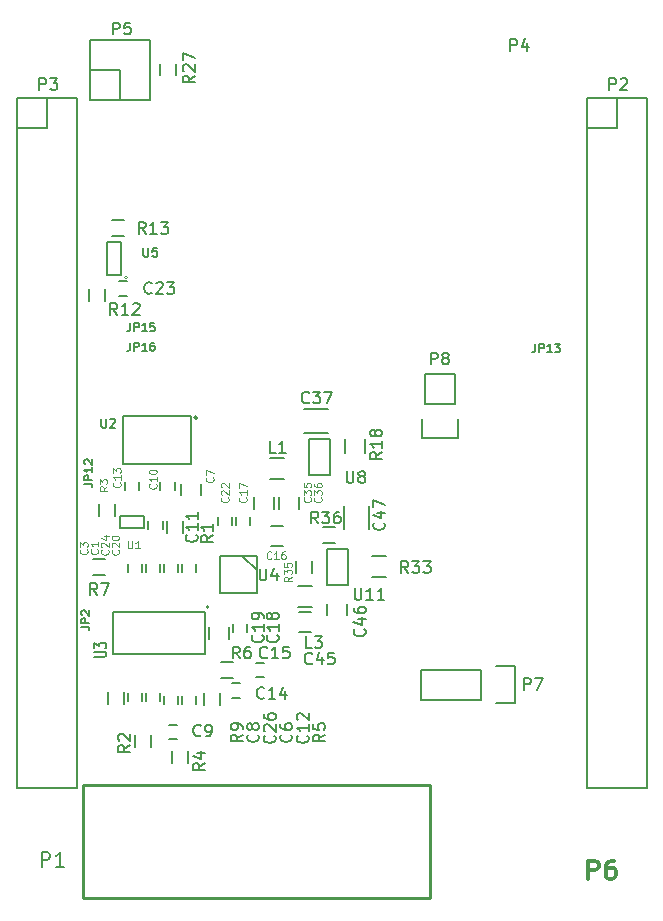
<source format=gbr>
G04 #@! TF.FileFunction,Legend,Top*
%FSLAX46Y46*%
G04 Gerber Fmt 4.6, Leading zero omitted, Abs format (unit mm)*
G04 Created by KiCad (PCBNEW (2015-02-03 BZR 5404)-product) date 9/2/2015 4:33:54 PM*
%MOMM*%
G01*
G04 APERTURE LIST*
%ADD10C,0.100000*%
%ADD11C,0.150000*%
%ADD12C,0.254000*%
%ADD13C,0.200000*%
%ADD14C,0.076200*%
%ADD15C,0.160000*%
%ADD16C,0.203200*%
%ADD17C,0.152400*%
%ADD18C,0.304800*%
%ADD19C,0.190500*%
G04 APERTURE END LIST*
D10*
D11*
X38192000Y-83279500D02*
X38192000Y-83979500D01*
X36992000Y-83979500D02*
X36992000Y-83279500D01*
X36668000Y-83279500D02*
X36668000Y-83979500D01*
X35468000Y-83979500D02*
X35468000Y-83279500D01*
X38516000Y-95155500D02*
X38516000Y-94455500D01*
X39716000Y-94455500D02*
X39716000Y-95155500D01*
X39917000Y-76462000D02*
X39917000Y-77462000D01*
X41617000Y-77462000D02*
X41617000Y-76462000D01*
X36668000Y-94201500D02*
X36668000Y-94901500D01*
X35468000Y-94901500D02*
X35468000Y-94201500D01*
X39593000Y-98072500D02*
X38893000Y-98072500D01*
X38893000Y-96872500D02*
X39593000Y-96872500D01*
X38198500Y-76994500D02*
X38198500Y-76294500D01*
X39398500Y-76294500D02*
X39398500Y-76994500D01*
X37182500Y-80296500D02*
X37182500Y-79596500D01*
X38382500Y-79596500D02*
X38382500Y-80296500D01*
X41240000Y-94455500D02*
X41240000Y-95155500D01*
X40040000Y-95155500D02*
X40040000Y-94455500D01*
X36414000Y-76294500D02*
X36414000Y-76994500D01*
X35214000Y-76994500D02*
X35214000Y-76294500D01*
X44927000Y-94580000D02*
X44227000Y-94580000D01*
X44227000Y-93380000D02*
X44927000Y-93380000D01*
X46959000Y-92865500D02*
X46259000Y-92865500D01*
X46259000Y-91665500D02*
X46959000Y-91665500D01*
X47569500Y-81749000D02*
X48569500Y-81749000D01*
X48569500Y-80049000D02*
X47569500Y-80049000D01*
X45812000Y-79279000D02*
X45812000Y-79979000D01*
X44612000Y-79979000D02*
X44612000Y-79279000D01*
X44358000Y-89059500D02*
X44358000Y-88359500D01*
X45558000Y-88359500D02*
X45558000Y-89059500D01*
X42330000Y-88590500D02*
X42330000Y-89590500D01*
X44030000Y-89590500D02*
X44030000Y-88590500D01*
X41240000Y-83279500D02*
X41240000Y-83979500D01*
X40040000Y-83979500D02*
X40040000Y-83279500D01*
X44288000Y-79279000D02*
X44288000Y-79979000D01*
X43088000Y-79979000D02*
X43088000Y-79279000D01*
X35402000Y-60544000D02*
X34702000Y-60544000D01*
X34702000Y-59344000D02*
X35402000Y-59344000D01*
X39716000Y-83279500D02*
X39716000Y-83979500D01*
X38516000Y-83979500D02*
X38516000Y-83279500D01*
X36992000Y-94901500D02*
X36992000Y-94201500D01*
X38192000Y-94201500D02*
X38192000Y-94901500D01*
X46140000Y-77605000D02*
X46140000Y-78605000D01*
X47840000Y-78605000D02*
X47840000Y-77605000D01*
X48235500Y-77605000D02*
X48235500Y-78605000D01*
X49935500Y-78605000D02*
X49935500Y-77605000D01*
X52371500Y-70158500D02*
X50371500Y-70158500D01*
X50371500Y-72208500D02*
X52371500Y-72208500D01*
X50919000Y-87351500D02*
X49919000Y-87351500D01*
X49919000Y-89051500D02*
X50919000Y-89051500D01*
X53999500Y-87622000D02*
X53999500Y-86622000D01*
X52299500Y-86622000D02*
X52299500Y-87622000D01*
X53775500Y-78311500D02*
X53775500Y-80311500D01*
X55825500Y-80311500D02*
X55825500Y-78311500D01*
X48669500Y-76059000D02*
X47469500Y-76059000D01*
X47469500Y-74309000D02*
X48669500Y-74309000D01*
X51019000Y-86917500D02*
X49819000Y-86917500D01*
X49819000Y-85167500D02*
X51019000Y-85167500D01*
D12*
X61055000Y-111505000D02*
X31655000Y-111505000D01*
X31655000Y-111505000D02*
X31655000Y-102005000D01*
X31655000Y-102005000D02*
X61055000Y-102005000D01*
X61055000Y-102005000D02*
X61055000Y-111505000D01*
D11*
X79375000Y-102235000D02*
X79375000Y-43815000D01*
X74295000Y-102235000D02*
X74295000Y-46355000D01*
X79375000Y-102235000D02*
X74295000Y-102235000D01*
X79375000Y-43815000D02*
X76835000Y-43815000D01*
X74295000Y-43815000D02*
X74295000Y-46355000D01*
X76835000Y-43815000D02*
X76835000Y-46355000D01*
X76835000Y-46355000D02*
X74295000Y-46355000D01*
X74295000Y-43815000D02*
X76835000Y-43815000D01*
X31115000Y-102235000D02*
X31115000Y-43815000D01*
X26035000Y-102235000D02*
X26035000Y-46355000D01*
X31115000Y-102235000D02*
X26035000Y-102235000D01*
X31115000Y-43815000D02*
X28575000Y-43815000D01*
X26035000Y-43815000D02*
X26035000Y-46355000D01*
X28575000Y-43815000D02*
X28575000Y-46355000D01*
X28575000Y-46355000D02*
X26035000Y-46355000D01*
X26035000Y-43815000D02*
X28575000Y-43815000D01*
X32258000Y-41402000D02*
X32258000Y-43942000D01*
X32258000Y-43942000D02*
X34798000Y-43942000D01*
X34798000Y-43942000D02*
X34798000Y-41402000D01*
X34798000Y-41402000D02*
X32258000Y-41402000D01*
X32258000Y-41402000D02*
X32258000Y-38862000D01*
X32258000Y-38862000D02*
X37338000Y-38862000D01*
X37338000Y-38862000D02*
X37338000Y-43942000D01*
X37338000Y-43942000D02*
X34798000Y-43942000D01*
X40108500Y-79637000D02*
X40108500Y-80637000D01*
X38758500Y-80637000D02*
X38758500Y-79637000D01*
X37378000Y-97734500D02*
X37378000Y-98734500D01*
X36028000Y-98734500D02*
X36028000Y-97734500D01*
X34330000Y-78176500D02*
X34330000Y-79176500D01*
X32980000Y-79176500D02*
X32980000Y-78176500D01*
X40553000Y-99131500D02*
X40553000Y-100131500D01*
X39203000Y-100131500D02*
X39203000Y-99131500D01*
X43220000Y-94178500D02*
X43220000Y-95178500D01*
X41870000Y-95178500D02*
X41870000Y-94178500D01*
X43315000Y-91590500D02*
X44315000Y-91590500D01*
X44315000Y-92940500D02*
X43315000Y-92940500D01*
X32520000Y-82840200D02*
X33520000Y-82840200D01*
X33520000Y-84190200D02*
X32520000Y-84190200D01*
X33742000Y-95115000D02*
X33742000Y-94115000D01*
X35092000Y-94115000D02*
X35092000Y-95115000D01*
X32154500Y-61015500D02*
X32154500Y-60015500D01*
X33504500Y-60015500D02*
X33504500Y-61015500D01*
X35107500Y-55475500D02*
X34107500Y-55475500D01*
X34107500Y-54125500D02*
X35107500Y-54125500D01*
X55548500Y-72679000D02*
X55548500Y-73879000D01*
X53798500Y-73879000D02*
X53798500Y-72679000D01*
X39537000Y-40902000D02*
X39537000Y-41902000D01*
X38187000Y-41902000D02*
X38187000Y-40902000D01*
X57305500Y-84377500D02*
X56105500Y-84377500D01*
X56105500Y-82627500D02*
X57305500Y-82627500D01*
X51030500Y-83002500D02*
X51030500Y-84002500D01*
X49680500Y-84002500D02*
X49680500Y-83002500D01*
X52951000Y-81447000D02*
X51951000Y-81447000D01*
X51951000Y-80097000D02*
X52951000Y-80097000D01*
X36814000Y-80192500D02*
X34814000Y-80192500D01*
X34814000Y-80192500D02*
X34814000Y-79192500D01*
X34814000Y-79192500D02*
X36814000Y-79192500D01*
X36814000Y-79192500D02*
X36814000Y-80192500D01*
D13*
X40809500Y-74821000D02*
X35009500Y-74821000D01*
X35009500Y-74821000D02*
X35009500Y-70721000D01*
X35009500Y-70721000D02*
X40809500Y-70721000D01*
X40809500Y-70721000D02*
X40809500Y-74821000D01*
D11*
X41350921Y-70871000D02*
G75*
G03X41350921Y-70871000I-141421J0D01*
G01*
D13*
X42000000Y-90890500D02*
X34200000Y-90890500D01*
X34200000Y-90890500D02*
X34200000Y-87290500D01*
X34200000Y-87290500D02*
X42000000Y-87290500D01*
X42000000Y-87290500D02*
X42000000Y-90890500D01*
D10*
X42341421Y-86890500D02*
G75*
G03X42341421Y-86890500I-141421J0D01*
G01*
D11*
X45148500Y-82550000D02*
X46418500Y-83756500D01*
X46418500Y-82550000D02*
X43243500Y-82550000D01*
X43243500Y-82550000D02*
X43243500Y-85725000D01*
X43243500Y-85725000D02*
X46418500Y-85725000D01*
X46418500Y-85725000D02*
X46418500Y-82550000D01*
D13*
X33690000Y-58804000D02*
X33690000Y-56004000D01*
X33690000Y-56004000D02*
X34890000Y-56004000D01*
X34890000Y-56004000D02*
X34890000Y-58804000D01*
X34890000Y-58804000D02*
X33690000Y-58804000D01*
D10*
X35431421Y-59004000D02*
G75*
G03X35431421Y-59004000I-141421J0D01*
G01*
D11*
X50800000Y-72707500D02*
X52578000Y-72707500D01*
X52578000Y-72707500D02*
X52578000Y-75755500D01*
X52578000Y-75755500D02*
X50800000Y-75755500D01*
X50800000Y-75755500D02*
X50800000Y-72707500D01*
X52324000Y-81978500D02*
X54102000Y-81978500D01*
X54102000Y-81978500D02*
X54102000Y-85026500D01*
X54102000Y-85026500D02*
X52324000Y-85026500D01*
X52324000Y-85026500D02*
X52324000Y-81978500D01*
X65379600Y-92202000D02*
X60299600Y-92202000D01*
X60299600Y-92202000D02*
X60299600Y-94742000D01*
X60299600Y-94742000D02*
X65379600Y-94742000D01*
X68199600Y-95022000D02*
X66649600Y-95022000D01*
X65379600Y-94742000D02*
X65379600Y-92202000D01*
X66649600Y-91922000D02*
X68199600Y-91922000D01*
X68199600Y-91922000D02*
X68199600Y-95022000D01*
X60604400Y-69748400D02*
X60604400Y-67208400D01*
X60324400Y-72568400D02*
X60324400Y-71018400D01*
X60604400Y-69748400D02*
X63144400Y-69748400D01*
X63424400Y-71018400D02*
X63424400Y-72568400D01*
X63424400Y-72568400D02*
X60324400Y-72568400D01*
X63144400Y-69748400D02*
X63144400Y-67208400D01*
X63144400Y-67208400D02*
X60604400Y-67208400D01*
D14*
X32865786Y-82020833D02*
X32896024Y-82051071D01*
X32926262Y-82141786D01*
X32926262Y-82202262D01*
X32896024Y-82292976D01*
X32835548Y-82353452D01*
X32775071Y-82383691D01*
X32654119Y-82413929D01*
X32563405Y-82413929D01*
X32442452Y-82383691D01*
X32381976Y-82353452D01*
X32321500Y-82292976D01*
X32291262Y-82202262D01*
X32291262Y-82141786D01*
X32321500Y-82051071D01*
X32351738Y-82020833D01*
X32926262Y-81416071D02*
X32926262Y-81778929D01*
X32926262Y-81597500D02*
X32291262Y-81597500D01*
X32381976Y-81657976D01*
X32442452Y-81718452D01*
X32472690Y-81778929D01*
X31976786Y-82020833D02*
X32007024Y-82051071D01*
X32037262Y-82141786D01*
X32037262Y-82202262D01*
X32007024Y-82292976D01*
X31946548Y-82353452D01*
X31886071Y-82383691D01*
X31765119Y-82413929D01*
X31674405Y-82413929D01*
X31553452Y-82383691D01*
X31492976Y-82353452D01*
X31432500Y-82292976D01*
X31402262Y-82202262D01*
X31402262Y-82141786D01*
X31432500Y-82051071D01*
X31462738Y-82020833D01*
X31402262Y-81809167D02*
X31402262Y-81416071D01*
X31644167Y-81627738D01*
X31644167Y-81537024D01*
X31674405Y-81476548D01*
X31704643Y-81446310D01*
X31765119Y-81416071D01*
X31916310Y-81416071D01*
X31976786Y-81446310D01*
X32007024Y-81476548D01*
X32037262Y-81537024D01*
X32037262Y-81718452D01*
X32007024Y-81778929D01*
X31976786Y-81809167D01*
D11*
X49252143Y-97702666D02*
X49299762Y-97750285D01*
X49347381Y-97893142D01*
X49347381Y-97988380D01*
X49299762Y-98131238D01*
X49204524Y-98226476D01*
X49109286Y-98274095D01*
X48918810Y-98321714D01*
X48775952Y-98321714D01*
X48585476Y-98274095D01*
X48490238Y-98226476D01*
X48395000Y-98131238D01*
X48347381Y-97988380D01*
X48347381Y-97893142D01*
X48395000Y-97750285D01*
X48442619Y-97702666D01*
X48347381Y-96845523D02*
X48347381Y-97036000D01*
X48395000Y-97131238D01*
X48442619Y-97178857D01*
X48585476Y-97274095D01*
X48775952Y-97321714D01*
X49156905Y-97321714D01*
X49252143Y-97274095D01*
X49299762Y-97226476D01*
X49347381Y-97131238D01*
X49347381Y-96940761D01*
X49299762Y-96845523D01*
X49252143Y-96797904D01*
X49156905Y-96750285D01*
X48918810Y-96750285D01*
X48823571Y-96797904D01*
X48775952Y-96845523D01*
X48728333Y-96940761D01*
X48728333Y-97131238D01*
X48775952Y-97226476D01*
X48823571Y-97274095D01*
X48918810Y-97321714D01*
D14*
X42644786Y-75924833D02*
X42675024Y-75955071D01*
X42705262Y-76045786D01*
X42705262Y-76106262D01*
X42675024Y-76196976D01*
X42614548Y-76257452D01*
X42554071Y-76287691D01*
X42433119Y-76317929D01*
X42342405Y-76317929D01*
X42221452Y-76287691D01*
X42160976Y-76257452D01*
X42100500Y-76196976D01*
X42070262Y-76106262D01*
X42070262Y-76045786D01*
X42100500Y-75955071D01*
X42130738Y-75924833D01*
X42070262Y-75713167D02*
X42070262Y-75289833D01*
X42705262Y-75561976D01*
D11*
X46458143Y-97702666D02*
X46505762Y-97750285D01*
X46553381Y-97893142D01*
X46553381Y-97988380D01*
X46505762Y-98131238D01*
X46410524Y-98226476D01*
X46315286Y-98274095D01*
X46124810Y-98321714D01*
X45981952Y-98321714D01*
X45791476Y-98274095D01*
X45696238Y-98226476D01*
X45601000Y-98131238D01*
X45553381Y-97988380D01*
X45553381Y-97893142D01*
X45601000Y-97750285D01*
X45648619Y-97702666D01*
X45981952Y-97131238D02*
X45934333Y-97226476D01*
X45886714Y-97274095D01*
X45791476Y-97321714D01*
X45743857Y-97321714D01*
X45648619Y-97274095D01*
X45601000Y-97226476D01*
X45553381Y-97131238D01*
X45553381Y-96940761D01*
X45601000Y-96845523D01*
X45648619Y-96797904D01*
X45743857Y-96750285D01*
X45791476Y-96750285D01*
X45886714Y-96797904D01*
X45934333Y-96845523D01*
X45981952Y-96940761D01*
X45981952Y-97131238D01*
X46029571Y-97226476D01*
X46077190Y-97274095D01*
X46172429Y-97321714D01*
X46362905Y-97321714D01*
X46458143Y-97274095D01*
X46505762Y-97226476D01*
X46553381Y-97131238D01*
X46553381Y-96940761D01*
X46505762Y-96845523D01*
X46458143Y-96797904D01*
X46362905Y-96750285D01*
X46172429Y-96750285D01*
X46077190Y-96797904D01*
X46029571Y-96845523D01*
X45981952Y-96940761D01*
X41616334Y-97766143D02*
X41568715Y-97813762D01*
X41425858Y-97861381D01*
X41330620Y-97861381D01*
X41187762Y-97813762D01*
X41092524Y-97718524D01*
X41044905Y-97623286D01*
X40997286Y-97432810D01*
X40997286Y-97289952D01*
X41044905Y-97099476D01*
X41092524Y-97004238D01*
X41187762Y-96909000D01*
X41330620Y-96861381D01*
X41425858Y-96861381D01*
X41568715Y-96909000D01*
X41616334Y-96956619D01*
X42092524Y-97861381D02*
X42283000Y-97861381D01*
X42378239Y-97813762D01*
X42425858Y-97766143D01*
X42521096Y-97623286D01*
X42568715Y-97432810D01*
X42568715Y-97051857D01*
X42521096Y-96956619D01*
X42473477Y-96909000D01*
X42378239Y-96861381D01*
X42187762Y-96861381D01*
X42092524Y-96909000D01*
X42044905Y-96956619D01*
X41997286Y-97051857D01*
X41997286Y-97289952D01*
X42044905Y-97385190D01*
X42092524Y-97432810D01*
X42187762Y-97480429D01*
X42378239Y-97480429D01*
X42473477Y-97432810D01*
X42521096Y-97385190D01*
X42568715Y-97289952D01*
D14*
X37818786Y-76481214D02*
X37849024Y-76511452D01*
X37879262Y-76602167D01*
X37879262Y-76662643D01*
X37849024Y-76753357D01*
X37788548Y-76813833D01*
X37728071Y-76844072D01*
X37607119Y-76874310D01*
X37516405Y-76874310D01*
X37395452Y-76844072D01*
X37334976Y-76813833D01*
X37274500Y-76753357D01*
X37244262Y-76662643D01*
X37244262Y-76602167D01*
X37274500Y-76511452D01*
X37304738Y-76481214D01*
X37879262Y-75876452D02*
X37879262Y-76239310D01*
X37879262Y-76057881D02*
X37244262Y-76057881D01*
X37334976Y-76118357D01*
X37395452Y-76178833D01*
X37425690Y-76239310D01*
X37244262Y-75483357D02*
X37244262Y-75422881D01*
X37274500Y-75362405D01*
X37304738Y-75332167D01*
X37365214Y-75301929D01*
X37486167Y-75271690D01*
X37637357Y-75271690D01*
X37758310Y-75301929D01*
X37818786Y-75332167D01*
X37849024Y-75362405D01*
X37879262Y-75422881D01*
X37879262Y-75483357D01*
X37849024Y-75543833D01*
X37818786Y-75574071D01*
X37758310Y-75604310D01*
X37637357Y-75634548D01*
X37486167Y-75634548D01*
X37365214Y-75604310D01*
X37304738Y-75574071D01*
X37274500Y-75543833D01*
X37244262Y-75483357D01*
D11*
X41251143Y-80779857D02*
X41298762Y-80827476D01*
X41346381Y-80970333D01*
X41346381Y-81065571D01*
X41298762Y-81208429D01*
X41203524Y-81303667D01*
X41108286Y-81351286D01*
X40917810Y-81398905D01*
X40774952Y-81398905D01*
X40584476Y-81351286D01*
X40489238Y-81303667D01*
X40394000Y-81208429D01*
X40346381Y-81065571D01*
X40346381Y-80970333D01*
X40394000Y-80827476D01*
X40441619Y-80779857D01*
X41346381Y-79827476D02*
X41346381Y-80398905D01*
X41346381Y-80113191D02*
X40346381Y-80113191D01*
X40489238Y-80208429D01*
X40584476Y-80303667D01*
X40632095Y-80398905D01*
X41346381Y-78875095D02*
X41346381Y-79446524D01*
X41346381Y-79160810D02*
X40346381Y-79160810D01*
X40489238Y-79256048D01*
X40584476Y-79351286D01*
X40632095Y-79446524D01*
X50649143Y-97797857D02*
X50696762Y-97845476D01*
X50744381Y-97988333D01*
X50744381Y-98083571D01*
X50696762Y-98226429D01*
X50601524Y-98321667D01*
X50506286Y-98369286D01*
X50315810Y-98416905D01*
X50172952Y-98416905D01*
X49982476Y-98369286D01*
X49887238Y-98321667D01*
X49792000Y-98226429D01*
X49744381Y-98083571D01*
X49744381Y-97988333D01*
X49792000Y-97845476D01*
X49839619Y-97797857D01*
X50744381Y-96845476D02*
X50744381Y-97416905D01*
X50744381Y-97131191D02*
X49744381Y-97131191D01*
X49887238Y-97226429D01*
X49982476Y-97321667D01*
X50030095Y-97416905D01*
X49839619Y-96464524D02*
X49792000Y-96416905D01*
X49744381Y-96321667D01*
X49744381Y-96083571D01*
X49792000Y-95988333D01*
X49839619Y-95940714D01*
X49934857Y-95893095D01*
X50030095Y-95893095D01*
X50172952Y-95940714D01*
X50744381Y-96512143D01*
X50744381Y-95893095D01*
D14*
X34770786Y-76354214D02*
X34801024Y-76384452D01*
X34831262Y-76475167D01*
X34831262Y-76535643D01*
X34801024Y-76626357D01*
X34740548Y-76686833D01*
X34680071Y-76717072D01*
X34559119Y-76747310D01*
X34468405Y-76747310D01*
X34347452Y-76717072D01*
X34286976Y-76686833D01*
X34226500Y-76626357D01*
X34196262Y-76535643D01*
X34196262Y-76475167D01*
X34226500Y-76384452D01*
X34256738Y-76354214D01*
X34831262Y-75749452D02*
X34831262Y-76112310D01*
X34831262Y-75930881D02*
X34196262Y-75930881D01*
X34286976Y-75991357D01*
X34347452Y-76051833D01*
X34377690Y-76112310D01*
X34196262Y-75537786D02*
X34196262Y-75144690D01*
X34438167Y-75356357D01*
X34438167Y-75265643D01*
X34468405Y-75205167D01*
X34498643Y-75174929D01*
X34559119Y-75144690D01*
X34710310Y-75144690D01*
X34770786Y-75174929D01*
X34801024Y-75205167D01*
X34831262Y-75265643D01*
X34831262Y-75447071D01*
X34801024Y-75507548D01*
X34770786Y-75537786D01*
D11*
X46982143Y-94591143D02*
X46934524Y-94638762D01*
X46791667Y-94686381D01*
X46696429Y-94686381D01*
X46553571Y-94638762D01*
X46458333Y-94543524D01*
X46410714Y-94448286D01*
X46363095Y-94257810D01*
X46363095Y-94114952D01*
X46410714Y-93924476D01*
X46458333Y-93829238D01*
X46553571Y-93734000D01*
X46696429Y-93686381D01*
X46791667Y-93686381D01*
X46934524Y-93734000D01*
X46982143Y-93781619D01*
X47934524Y-94686381D02*
X47363095Y-94686381D01*
X47648809Y-94686381D02*
X47648809Y-93686381D01*
X47553571Y-93829238D01*
X47458333Y-93924476D01*
X47363095Y-93972095D01*
X48791667Y-94019714D02*
X48791667Y-94686381D01*
X48553571Y-93638762D02*
X48315476Y-94353048D01*
X48934524Y-94353048D01*
X47236143Y-91162143D02*
X47188524Y-91209762D01*
X47045667Y-91257381D01*
X46950429Y-91257381D01*
X46807571Y-91209762D01*
X46712333Y-91114524D01*
X46664714Y-91019286D01*
X46617095Y-90828810D01*
X46617095Y-90685952D01*
X46664714Y-90495476D01*
X46712333Y-90400238D01*
X46807571Y-90305000D01*
X46950429Y-90257381D01*
X47045667Y-90257381D01*
X47188524Y-90305000D01*
X47236143Y-90352619D01*
X48188524Y-91257381D02*
X47617095Y-91257381D01*
X47902809Y-91257381D02*
X47902809Y-90257381D01*
X47807571Y-90400238D01*
X47712333Y-90495476D01*
X47617095Y-90543095D01*
X49093286Y-90257381D02*
X48617095Y-90257381D01*
X48569476Y-90733571D01*
X48617095Y-90685952D01*
X48712333Y-90638333D01*
X48950429Y-90638333D01*
X49045667Y-90685952D01*
X49093286Y-90733571D01*
X49140905Y-90828810D01*
X49140905Y-91066905D01*
X49093286Y-91162143D01*
X49045667Y-91209762D01*
X48950429Y-91257381D01*
X48712333Y-91257381D01*
X48617095Y-91209762D01*
X48569476Y-91162143D01*
D14*
X47597786Y-82776786D02*
X47567548Y-82807024D01*
X47476833Y-82837262D01*
X47416357Y-82837262D01*
X47325643Y-82807024D01*
X47265167Y-82746548D01*
X47234928Y-82686071D01*
X47204690Y-82565119D01*
X47204690Y-82474405D01*
X47234928Y-82353452D01*
X47265167Y-82292976D01*
X47325643Y-82232500D01*
X47416357Y-82202262D01*
X47476833Y-82202262D01*
X47567548Y-82232500D01*
X47597786Y-82262738D01*
X48202548Y-82837262D02*
X47839690Y-82837262D01*
X48021119Y-82837262D02*
X48021119Y-82202262D01*
X47960643Y-82292976D01*
X47900167Y-82353452D01*
X47839690Y-82383690D01*
X48746833Y-82202262D02*
X48625881Y-82202262D01*
X48565405Y-82232500D01*
X48535167Y-82262738D01*
X48474690Y-82353452D01*
X48444452Y-82474405D01*
X48444452Y-82716310D01*
X48474690Y-82776786D01*
X48504929Y-82807024D01*
X48565405Y-82837262D01*
X48686357Y-82837262D01*
X48746833Y-82807024D01*
X48777071Y-82776786D01*
X48807310Y-82716310D01*
X48807310Y-82565119D01*
X48777071Y-82504643D01*
X48746833Y-82474405D01*
X48686357Y-82444167D01*
X48565405Y-82444167D01*
X48504929Y-82474405D01*
X48474690Y-82504643D01*
X48444452Y-82565119D01*
X45438786Y-77624214D02*
X45469024Y-77654452D01*
X45499262Y-77745167D01*
X45499262Y-77805643D01*
X45469024Y-77896357D01*
X45408548Y-77956833D01*
X45348071Y-77987072D01*
X45227119Y-78017310D01*
X45136405Y-78017310D01*
X45015452Y-77987072D01*
X44954976Y-77956833D01*
X44894500Y-77896357D01*
X44864262Y-77805643D01*
X44864262Y-77745167D01*
X44894500Y-77654452D01*
X44924738Y-77624214D01*
X45499262Y-77019452D02*
X45499262Y-77382310D01*
X45499262Y-77200881D02*
X44864262Y-77200881D01*
X44954976Y-77261357D01*
X45015452Y-77321833D01*
X45045690Y-77382310D01*
X44864262Y-76807786D02*
X44864262Y-76384452D01*
X45499262Y-76656595D01*
D11*
X48109143Y-89288857D02*
X48156762Y-89336476D01*
X48204381Y-89479333D01*
X48204381Y-89574571D01*
X48156762Y-89717429D01*
X48061524Y-89812667D01*
X47966286Y-89860286D01*
X47775810Y-89907905D01*
X47632952Y-89907905D01*
X47442476Y-89860286D01*
X47347238Y-89812667D01*
X47252000Y-89717429D01*
X47204381Y-89574571D01*
X47204381Y-89479333D01*
X47252000Y-89336476D01*
X47299619Y-89288857D01*
X48204381Y-88336476D02*
X48204381Y-88907905D01*
X48204381Y-88622191D02*
X47204381Y-88622191D01*
X47347238Y-88717429D01*
X47442476Y-88812667D01*
X47490095Y-88907905D01*
X47632952Y-87765048D02*
X47585333Y-87860286D01*
X47537714Y-87907905D01*
X47442476Y-87955524D01*
X47394857Y-87955524D01*
X47299619Y-87907905D01*
X47252000Y-87860286D01*
X47204381Y-87765048D01*
X47204381Y-87574571D01*
X47252000Y-87479333D01*
X47299619Y-87431714D01*
X47394857Y-87384095D01*
X47442476Y-87384095D01*
X47537714Y-87431714D01*
X47585333Y-87479333D01*
X47632952Y-87574571D01*
X47632952Y-87765048D01*
X47680571Y-87860286D01*
X47728190Y-87907905D01*
X47823429Y-87955524D01*
X48013905Y-87955524D01*
X48109143Y-87907905D01*
X48156762Y-87860286D01*
X48204381Y-87765048D01*
X48204381Y-87574571D01*
X48156762Y-87479333D01*
X48109143Y-87431714D01*
X48013905Y-87384095D01*
X47823429Y-87384095D01*
X47728190Y-87431714D01*
X47680571Y-87479333D01*
X47632952Y-87574571D01*
X46839143Y-89288857D02*
X46886762Y-89336476D01*
X46934381Y-89479333D01*
X46934381Y-89574571D01*
X46886762Y-89717429D01*
X46791524Y-89812667D01*
X46696286Y-89860286D01*
X46505810Y-89907905D01*
X46362952Y-89907905D01*
X46172476Y-89860286D01*
X46077238Y-89812667D01*
X45982000Y-89717429D01*
X45934381Y-89574571D01*
X45934381Y-89479333D01*
X45982000Y-89336476D01*
X46029619Y-89288857D01*
X46934381Y-88336476D02*
X46934381Y-88907905D01*
X46934381Y-88622191D02*
X45934381Y-88622191D01*
X46077238Y-88717429D01*
X46172476Y-88812667D01*
X46220095Y-88907905D01*
X46934381Y-87860286D02*
X46934381Y-87669810D01*
X46886762Y-87574571D01*
X46839143Y-87526952D01*
X46696286Y-87431714D01*
X46505810Y-87384095D01*
X46124857Y-87384095D01*
X46029619Y-87431714D01*
X45982000Y-87479333D01*
X45934381Y-87574571D01*
X45934381Y-87765048D01*
X45982000Y-87860286D01*
X46029619Y-87907905D01*
X46124857Y-87955524D01*
X46362952Y-87955524D01*
X46458190Y-87907905D01*
X46505810Y-87860286D01*
X46553429Y-87765048D01*
X46553429Y-87574571D01*
X46505810Y-87479333D01*
X46458190Y-87431714D01*
X46362952Y-87384095D01*
D14*
X34643786Y-82069214D02*
X34674024Y-82099452D01*
X34704262Y-82190167D01*
X34704262Y-82250643D01*
X34674024Y-82341357D01*
X34613548Y-82401833D01*
X34553071Y-82432072D01*
X34432119Y-82462310D01*
X34341405Y-82462310D01*
X34220452Y-82432072D01*
X34159976Y-82401833D01*
X34099500Y-82341357D01*
X34069262Y-82250643D01*
X34069262Y-82190167D01*
X34099500Y-82099452D01*
X34129738Y-82069214D01*
X34129738Y-81827310D02*
X34099500Y-81797072D01*
X34069262Y-81736595D01*
X34069262Y-81585405D01*
X34099500Y-81524929D01*
X34129738Y-81494691D01*
X34190214Y-81464452D01*
X34250690Y-81464452D01*
X34341405Y-81494691D01*
X34704262Y-81857548D01*
X34704262Y-81464452D01*
X34069262Y-81071357D02*
X34069262Y-81010881D01*
X34099500Y-80950405D01*
X34129738Y-80920167D01*
X34190214Y-80889929D01*
X34311167Y-80859690D01*
X34462357Y-80859690D01*
X34583310Y-80889929D01*
X34643786Y-80920167D01*
X34674024Y-80950405D01*
X34704262Y-81010881D01*
X34704262Y-81071357D01*
X34674024Y-81131833D01*
X34643786Y-81162071D01*
X34583310Y-81192310D01*
X34462357Y-81222548D01*
X34311167Y-81222548D01*
X34190214Y-81192310D01*
X34129738Y-81162071D01*
X34099500Y-81131833D01*
X34069262Y-81071357D01*
X43914786Y-77624214D02*
X43945024Y-77654452D01*
X43975262Y-77745167D01*
X43975262Y-77805643D01*
X43945024Y-77896357D01*
X43884548Y-77956833D01*
X43824071Y-77987072D01*
X43703119Y-78017310D01*
X43612405Y-78017310D01*
X43491452Y-77987072D01*
X43430976Y-77956833D01*
X43370500Y-77896357D01*
X43340262Y-77805643D01*
X43340262Y-77745167D01*
X43370500Y-77654452D01*
X43400738Y-77624214D01*
X43400738Y-77382310D02*
X43370500Y-77352072D01*
X43340262Y-77291595D01*
X43340262Y-77140405D01*
X43370500Y-77079929D01*
X43400738Y-77049691D01*
X43461214Y-77019452D01*
X43521690Y-77019452D01*
X43612405Y-77049691D01*
X43975262Y-77412548D01*
X43975262Y-77019452D01*
X43400738Y-76777548D02*
X43370500Y-76747310D01*
X43340262Y-76686833D01*
X43340262Y-76535643D01*
X43370500Y-76475167D01*
X43400738Y-76444929D01*
X43461214Y-76414690D01*
X43521690Y-76414690D01*
X43612405Y-76444929D01*
X43975262Y-76807786D01*
X43975262Y-76414690D01*
D11*
X37457143Y-60301143D02*
X37409524Y-60348762D01*
X37266667Y-60396381D01*
X37171429Y-60396381D01*
X37028571Y-60348762D01*
X36933333Y-60253524D01*
X36885714Y-60158286D01*
X36838095Y-59967810D01*
X36838095Y-59824952D01*
X36885714Y-59634476D01*
X36933333Y-59539238D01*
X37028571Y-59444000D01*
X37171429Y-59396381D01*
X37266667Y-59396381D01*
X37409524Y-59444000D01*
X37457143Y-59491619D01*
X37838095Y-59491619D02*
X37885714Y-59444000D01*
X37980952Y-59396381D01*
X38219048Y-59396381D01*
X38314286Y-59444000D01*
X38361905Y-59491619D01*
X38409524Y-59586857D01*
X38409524Y-59682095D01*
X38361905Y-59824952D01*
X37790476Y-60396381D01*
X38409524Y-60396381D01*
X38742857Y-59396381D02*
X39361905Y-59396381D01*
X39028571Y-59777333D01*
X39171429Y-59777333D01*
X39266667Y-59824952D01*
X39314286Y-59872571D01*
X39361905Y-59967810D01*
X39361905Y-60205905D01*
X39314286Y-60301143D01*
X39266667Y-60348762D01*
X39171429Y-60396381D01*
X38885714Y-60396381D01*
X38790476Y-60348762D01*
X38742857Y-60301143D01*
D14*
X33754786Y-82069214D02*
X33785024Y-82099452D01*
X33815262Y-82190167D01*
X33815262Y-82250643D01*
X33785024Y-82341357D01*
X33724548Y-82401833D01*
X33664071Y-82432072D01*
X33543119Y-82462310D01*
X33452405Y-82462310D01*
X33331452Y-82432072D01*
X33270976Y-82401833D01*
X33210500Y-82341357D01*
X33180262Y-82250643D01*
X33180262Y-82190167D01*
X33210500Y-82099452D01*
X33240738Y-82069214D01*
X33240738Y-81827310D02*
X33210500Y-81797072D01*
X33180262Y-81736595D01*
X33180262Y-81585405D01*
X33210500Y-81524929D01*
X33240738Y-81494691D01*
X33301214Y-81464452D01*
X33361690Y-81464452D01*
X33452405Y-81494691D01*
X33815262Y-81857548D01*
X33815262Y-81464452D01*
X33391929Y-80920167D02*
X33815262Y-80920167D01*
X33150024Y-81071357D02*
X33603595Y-81222548D01*
X33603595Y-80829452D01*
D11*
X47855143Y-97797857D02*
X47902762Y-97845476D01*
X47950381Y-97988333D01*
X47950381Y-98083571D01*
X47902762Y-98226429D01*
X47807524Y-98321667D01*
X47712286Y-98369286D01*
X47521810Y-98416905D01*
X47378952Y-98416905D01*
X47188476Y-98369286D01*
X47093238Y-98321667D01*
X46998000Y-98226429D01*
X46950381Y-98083571D01*
X46950381Y-97988333D01*
X46998000Y-97845476D01*
X47045619Y-97797857D01*
X47045619Y-97416905D02*
X46998000Y-97369286D01*
X46950381Y-97274048D01*
X46950381Y-97035952D01*
X46998000Y-96940714D01*
X47045619Y-96893095D01*
X47140857Y-96845476D01*
X47236095Y-96845476D01*
X47378952Y-96893095D01*
X47950381Y-97464524D01*
X47950381Y-96845476D01*
X46950381Y-95988333D02*
X46950381Y-96178810D01*
X46998000Y-96274048D01*
X47045619Y-96321667D01*
X47188476Y-96416905D01*
X47378952Y-96464524D01*
X47759905Y-96464524D01*
X47855143Y-96416905D01*
X47902762Y-96369286D01*
X47950381Y-96274048D01*
X47950381Y-96083571D01*
X47902762Y-95988333D01*
X47855143Y-95940714D01*
X47759905Y-95893095D01*
X47521810Y-95893095D01*
X47426571Y-95940714D01*
X47378952Y-95988333D01*
X47331333Y-96083571D01*
X47331333Y-96274048D01*
X47378952Y-96369286D01*
X47426571Y-96416905D01*
X47521810Y-96464524D01*
D14*
X50899786Y-77624214D02*
X50930024Y-77654452D01*
X50960262Y-77745167D01*
X50960262Y-77805643D01*
X50930024Y-77896357D01*
X50869548Y-77956833D01*
X50809071Y-77987072D01*
X50688119Y-78017310D01*
X50597405Y-78017310D01*
X50476452Y-77987072D01*
X50415976Y-77956833D01*
X50355500Y-77896357D01*
X50325262Y-77805643D01*
X50325262Y-77745167D01*
X50355500Y-77654452D01*
X50385738Y-77624214D01*
X50325262Y-77412548D02*
X50325262Y-77019452D01*
X50567167Y-77231119D01*
X50567167Y-77140405D01*
X50597405Y-77079929D01*
X50627643Y-77049691D01*
X50688119Y-77019452D01*
X50839310Y-77019452D01*
X50899786Y-77049691D01*
X50930024Y-77079929D01*
X50960262Y-77140405D01*
X50960262Y-77321833D01*
X50930024Y-77382310D01*
X50899786Y-77412548D01*
X50325262Y-76444929D02*
X50325262Y-76747310D01*
X50627643Y-76777548D01*
X50597405Y-76747310D01*
X50567167Y-76686833D01*
X50567167Y-76535643D01*
X50597405Y-76475167D01*
X50627643Y-76444929D01*
X50688119Y-76414690D01*
X50839310Y-76414690D01*
X50899786Y-76444929D01*
X50930024Y-76475167D01*
X50960262Y-76535643D01*
X50960262Y-76686833D01*
X50930024Y-76747310D01*
X50899786Y-76777548D01*
X51788786Y-77624214D02*
X51819024Y-77654452D01*
X51849262Y-77745167D01*
X51849262Y-77805643D01*
X51819024Y-77896357D01*
X51758548Y-77956833D01*
X51698071Y-77987072D01*
X51577119Y-78017310D01*
X51486405Y-78017310D01*
X51365452Y-77987072D01*
X51304976Y-77956833D01*
X51244500Y-77896357D01*
X51214262Y-77805643D01*
X51214262Y-77745167D01*
X51244500Y-77654452D01*
X51274738Y-77624214D01*
X51214262Y-77412548D02*
X51214262Y-77019452D01*
X51456167Y-77231119D01*
X51456167Y-77140405D01*
X51486405Y-77079929D01*
X51516643Y-77049691D01*
X51577119Y-77019452D01*
X51728310Y-77019452D01*
X51788786Y-77049691D01*
X51819024Y-77079929D01*
X51849262Y-77140405D01*
X51849262Y-77321833D01*
X51819024Y-77382310D01*
X51788786Y-77412548D01*
X51214262Y-76475167D02*
X51214262Y-76596119D01*
X51244500Y-76656595D01*
X51274738Y-76686833D01*
X51365452Y-76747310D01*
X51486405Y-76777548D01*
X51728310Y-76777548D01*
X51788786Y-76747310D01*
X51819024Y-76717071D01*
X51849262Y-76656595D01*
X51849262Y-76535643D01*
X51819024Y-76475167D01*
X51788786Y-76444929D01*
X51728310Y-76414690D01*
X51577119Y-76414690D01*
X51516643Y-76444929D01*
X51486405Y-76475167D01*
X51456167Y-76535643D01*
X51456167Y-76656595D01*
X51486405Y-76717071D01*
X51516643Y-76747310D01*
X51577119Y-76777548D01*
D11*
X50792143Y-69572143D02*
X50744524Y-69619762D01*
X50601667Y-69667381D01*
X50506429Y-69667381D01*
X50363571Y-69619762D01*
X50268333Y-69524524D01*
X50220714Y-69429286D01*
X50173095Y-69238810D01*
X50173095Y-69095952D01*
X50220714Y-68905476D01*
X50268333Y-68810238D01*
X50363571Y-68715000D01*
X50506429Y-68667381D01*
X50601667Y-68667381D01*
X50744524Y-68715000D01*
X50792143Y-68762619D01*
X51125476Y-68667381D02*
X51744524Y-68667381D01*
X51411190Y-69048333D01*
X51554048Y-69048333D01*
X51649286Y-69095952D01*
X51696905Y-69143571D01*
X51744524Y-69238810D01*
X51744524Y-69476905D01*
X51696905Y-69572143D01*
X51649286Y-69619762D01*
X51554048Y-69667381D01*
X51268333Y-69667381D01*
X51173095Y-69619762D01*
X51125476Y-69572143D01*
X52077857Y-68667381D02*
X52744524Y-68667381D01*
X52315952Y-69667381D01*
X51046143Y-91670143D02*
X50998524Y-91717762D01*
X50855667Y-91765381D01*
X50760429Y-91765381D01*
X50617571Y-91717762D01*
X50522333Y-91622524D01*
X50474714Y-91527286D01*
X50427095Y-91336810D01*
X50427095Y-91193952D01*
X50474714Y-91003476D01*
X50522333Y-90908238D01*
X50617571Y-90813000D01*
X50760429Y-90765381D01*
X50855667Y-90765381D01*
X50998524Y-90813000D01*
X51046143Y-90860619D01*
X51903286Y-91098714D02*
X51903286Y-91765381D01*
X51665190Y-90717762D02*
X51427095Y-91432048D01*
X52046143Y-91432048D01*
X52903286Y-90765381D02*
X52427095Y-90765381D01*
X52379476Y-91241571D01*
X52427095Y-91193952D01*
X52522333Y-91146333D01*
X52760429Y-91146333D01*
X52855667Y-91193952D01*
X52903286Y-91241571D01*
X52950905Y-91336810D01*
X52950905Y-91574905D01*
X52903286Y-91670143D01*
X52855667Y-91717762D01*
X52760429Y-91765381D01*
X52522333Y-91765381D01*
X52427095Y-91717762D01*
X52379476Y-91670143D01*
X55475143Y-88780857D02*
X55522762Y-88828476D01*
X55570381Y-88971333D01*
X55570381Y-89066571D01*
X55522762Y-89209429D01*
X55427524Y-89304667D01*
X55332286Y-89352286D01*
X55141810Y-89399905D01*
X54998952Y-89399905D01*
X54808476Y-89352286D01*
X54713238Y-89304667D01*
X54618000Y-89209429D01*
X54570381Y-89066571D01*
X54570381Y-88971333D01*
X54618000Y-88828476D01*
X54665619Y-88780857D01*
X54903714Y-87923714D02*
X55570381Y-87923714D01*
X54522762Y-88161810D02*
X55237048Y-88399905D01*
X55237048Y-87780857D01*
X54570381Y-86971333D02*
X54570381Y-87161810D01*
X54618000Y-87257048D01*
X54665619Y-87304667D01*
X54808476Y-87399905D01*
X54998952Y-87447524D01*
X55379905Y-87447524D01*
X55475143Y-87399905D01*
X55522762Y-87352286D01*
X55570381Y-87257048D01*
X55570381Y-87066571D01*
X55522762Y-86971333D01*
X55475143Y-86923714D01*
X55379905Y-86876095D01*
X55141810Y-86876095D01*
X55046571Y-86923714D01*
X54998952Y-86971333D01*
X54951333Y-87066571D01*
X54951333Y-87257048D01*
X54998952Y-87352286D01*
X55046571Y-87399905D01*
X55141810Y-87447524D01*
X57126143Y-79763857D02*
X57173762Y-79811476D01*
X57221381Y-79954333D01*
X57221381Y-80049571D01*
X57173762Y-80192429D01*
X57078524Y-80287667D01*
X56983286Y-80335286D01*
X56792810Y-80382905D01*
X56649952Y-80382905D01*
X56459476Y-80335286D01*
X56364238Y-80287667D01*
X56269000Y-80192429D01*
X56221381Y-80049571D01*
X56221381Y-79954333D01*
X56269000Y-79811476D01*
X56316619Y-79763857D01*
X56554714Y-78906714D02*
X57221381Y-78906714D01*
X56173762Y-79144810D02*
X56888048Y-79382905D01*
X56888048Y-78763857D01*
X56221381Y-78478143D02*
X56221381Y-77811476D01*
X57221381Y-78240048D01*
D15*
X31493667Y-88594333D02*
X31993667Y-88594333D01*
X32093667Y-88627667D01*
X32160333Y-88694333D01*
X32193667Y-88794333D01*
X32193667Y-88861000D01*
X32193667Y-88261000D02*
X31493667Y-88261000D01*
X31493667Y-87994334D01*
X31527000Y-87927667D01*
X31560333Y-87894334D01*
X31627000Y-87861000D01*
X31727000Y-87861000D01*
X31793667Y-87894334D01*
X31827000Y-87927667D01*
X31860333Y-87994334D01*
X31860333Y-88261000D01*
X31560333Y-87594334D02*
X31527000Y-87561000D01*
X31493667Y-87494334D01*
X31493667Y-87327667D01*
X31527000Y-87261000D01*
X31560333Y-87227667D01*
X31627000Y-87194334D01*
X31693667Y-87194334D01*
X31793667Y-87227667D01*
X32193667Y-87627667D01*
X32193667Y-87194334D01*
X31747667Y-76481666D02*
X32247667Y-76481666D01*
X32347667Y-76515000D01*
X32414333Y-76581666D01*
X32447667Y-76681666D01*
X32447667Y-76748333D01*
X32447667Y-76148333D02*
X31747667Y-76148333D01*
X31747667Y-75881667D01*
X31781000Y-75815000D01*
X31814333Y-75781667D01*
X31881000Y-75748333D01*
X31981000Y-75748333D01*
X32047667Y-75781667D01*
X32081000Y-75815000D01*
X32114333Y-75881667D01*
X32114333Y-76148333D01*
X32447667Y-75081667D02*
X32447667Y-75481667D01*
X32447667Y-75281667D02*
X31747667Y-75281667D01*
X31847667Y-75348333D01*
X31914333Y-75415000D01*
X31947667Y-75481667D01*
X31814333Y-74815000D02*
X31781000Y-74781666D01*
X31747667Y-74715000D01*
X31747667Y-74548333D01*
X31781000Y-74481666D01*
X31814333Y-74448333D01*
X31881000Y-74415000D01*
X31947667Y-74415000D01*
X32047667Y-74448333D01*
X32447667Y-74848333D01*
X32447667Y-74415000D01*
X69949334Y-64640667D02*
X69949334Y-65140667D01*
X69916000Y-65240667D01*
X69849334Y-65307333D01*
X69749334Y-65340667D01*
X69682667Y-65340667D01*
X70282667Y-65340667D02*
X70282667Y-64640667D01*
X70549333Y-64640667D01*
X70616000Y-64674000D01*
X70649333Y-64707333D01*
X70682667Y-64774000D01*
X70682667Y-64874000D01*
X70649333Y-64940667D01*
X70616000Y-64974000D01*
X70549333Y-65007333D01*
X70282667Y-65007333D01*
X71349333Y-65340667D02*
X70949333Y-65340667D01*
X71149333Y-65340667D02*
X71149333Y-64640667D01*
X71082667Y-64740667D01*
X71016000Y-64807333D01*
X70949333Y-64840667D01*
X71582667Y-64640667D02*
X72016000Y-64640667D01*
X71782667Y-64907333D01*
X71882667Y-64907333D01*
X71949334Y-64940667D01*
X71982667Y-64974000D01*
X72016000Y-65040667D01*
X72016000Y-65207333D01*
X71982667Y-65274000D01*
X71949334Y-65307333D01*
X71882667Y-65340667D01*
X71682667Y-65340667D01*
X71616000Y-65307333D01*
X71582667Y-65274000D01*
X35659334Y-62862667D02*
X35659334Y-63362667D01*
X35626000Y-63462667D01*
X35559334Y-63529333D01*
X35459334Y-63562667D01*
X35392667Y-63562667D01*
X35992667Y-63562667D02*
X35992667Y-62862667D01*
X36259333Y-62862667D01*
X36326000Y-62896000D01*
X36359333Y-62929333D01*
X36392667Y-62996000D01*
X36392667Y-63096000D01*
X36359333Y-63162667D01*
X36326000Y-63196000D01*
X36259333Y-63229333D01*
X35992667Y-63229333D01*
X37059333Y-63562667D02*
X36659333Y-63562667D01*
X36859333Y-63562667D02*
X36859333Y-62862667D01*
X36792667Y-62962667D01*
X36726000Y-63029333D01*
X36659333Y-63062667D01*
X37692667Y-62862667D02*
X37359334Y-62862667D01*
X37326000Y-63196000D01*
X37359334Y-63162667D01*
X37426000Y-63129333D01*
X37592667Y-63129333D01*
X37659334Y-63162667D01*
X37692667Y-63196000D01*
X37726000Y-63262667D01*
X37726000Y-63429333D01*
X37692667Y-63496000D01*
X37659334Y-63529333D01*
X37592667Y-63562667D01*
X37426000Y-63562667D01*
X37359334Y-63529333D01*
X37326000Y-63496000D01*
X35659334Y-64513667D02*
X35659334Y-65013667D01*
X35626000Y-65113667D01*
X35559334Y-65180333D01*
X35459334Y-65213667D01*
X35392667Y-65213667D01*
X35992667Y-65213667D02*
X35992667Y-64513667D01*
X36259333Y-64513667D01*
X36326000Y-64547000D01*
X36359333Y-64580333D01*
X36392667Y-64647000D01*
X36392667Y-64747000D01*
X36359333Y-64813667D01*
X36326000Y-64847000D01*
X36259333Y-64880333D01*
X35992667Y-64880333D01*
X37059333Y-65213667D02*
X36659333Y-65213667D01*
X36859333Y-65213667D02*
X36859333Y-64513667D01*
X36792667Y-64613667D01*
X36726000Y-64680333D01*
X36659333Y-64713667D01*
X37659334Y-64513667D02*
X37526000Y-64513667D01*
X37459334Y-64547000D01*
X37426000Y-64580333D01*
X37359334Y-64680333D01*
X37326000Y-64813667D01*
X37326000Y-65080333D01*
X37359334Y-65147000D01*
X37392667Y-65180333D01*
X37459334Y-65213667D01*
X37592667Y-65213667D01*
X37659334Y-65180333D01*
X37692667Y-65147000D01*
X37726000Y-65080333D01*
X37726000Y-64913667D01*
X37692667Y-64847000D01*
X37659334Y-64813667D01*
X37592667Y-64780333D01*
X37459334Y-64780333D01*
X37392667Y-64813667D01*
X37359334Y-64847000D01*
X37326000Y-64913667D01*
D11*
X47966334Y-73858381D02*
X47490143Y-73858381D01*
X47490143Y-72858381D01*
X48823477Y-73858381D02*
X48252048Y-73858381D01*
X48537762Y-73858381D02*
X48537762Y-72858381D01*
X48442524Y-73001238D01*
X48347286Y-73096476D01*
X48252048Y-73144095D01*
X51014334Y-90368381D02*
X50538143Y-90368381D01*
X50538143Y-89368381D01*
X51252429Y-89368381D02*
X51871477Y-89368381D01*
X51538143Y-89749333D01*
X51681001Y-89749333D01*
X51776239Y-89796952D01*
X51823858Y-89844571D01*
X51871477Y-89939810D01*
X51871477Y-90177905D01*
X51823858Y-90273143D01*
X51776239Y-90320762D01*
X51681001Y-90368381D01*
X51395286Y-90368381D01*
X51300048Y-90320762D01*
X51252429Y-90273143D01*
D16*
X28145619Y-108905524D02*
X28145619Y-107635524D01*
X28629428Y-107635524D01*
X28750381Y-107696000D01*
X28810857Y-107756476D01*
X28871333Y-107877429D01*
X28871333Y-108058857D01*
X28810857Y-108179810D01*
X28750381Y-108240286D01*
X28629428Y-108300762D01*
X28145619Y-108300762D01*
X30080857Y-108905524D02*
X29355143Y-108905524D01*
X29718000Y-108905524D02*
X29718000Y-107635524D01*
X29597048Y-107816952D01*
X29476095Y-107937905D01*
X29355143Y-107998381D01*
D11*
X76223905Y-43124381D02*
X76223905Y-42124381D01*
X76604858Y-42124381D01*
X76700096Y-42172000D01*
X76747715Y-42219619D01*
X76795334Y-42314857D01*
X76795334Y-42457714D01*
X76747715Y-42552952D01*
X76700096Y-42600571D01*
X76604858Y-42648190D01*
X76223905Y-42648190D01*
X77176286Y-42219619D02*
X77223905Y-42172000D01*
X77319143Y-42124381D01*
X77557239Y-42124381D01*
X77652477Y-42172000D01*
X77700096Y-42219619D01*
X77747715Y-42314857D01*
X77747715Y-42410095D01*
X77700096Y-42552952D01*
X77128667Y-43124381D01*
X77747715Y-43124381D01*
X27963905Y-43124381D02*
X27963905Y-42124381D01*
X28344858Y-42124381D01*
X28440096Y-42172000D01*
X28487715Y-42219619D01*
X28535334Y-42314857D01*
X28535334Y-42457714D01*
X28487715Y-42552952D01*
X28440096Y-42600571D01*
X28344858Y-42648190D01*
X27963905Y-42648190D01*
X28868667Y-42124381D02*
X29487715Y-42124381D01*
X29154381Y-42505333D01*
X29297239Y-42505333D01*
X29392477Y-42552952D01*
X29440096Y-42600571D01*
X29487715Y-42695810D01*
X29487715Y-42933905D01*
X29440096Y-43029143D01*
X29392477Y-43076762D01*
X29297239Y-43124381D01*
X29011524Y-43124381D01*
X28916286Y-43076762D01*
X28868667Y-43029143D01*
D17*
X67830096Y-39829619D02*
X67830096Y-38813619D01*
X68217143Y-38813619D01*
X68313905Y-38862000D01*
X68362286Y-38910381D01*
X68410667Y-39007143D01*
X68410667Y-39152286D01*
X68362286Y-39249048D01*
X68313905Y-39297429D01*
X68217143Y-39345810D01*
X67830096Y-39345810D01*
X69281524Y-39152286D02*
X69281524Y-39829619D01*
X69039620Y-38765238D02*
X68797715Y-39490952D01*
X69426667Y-39490952D01*
D11*
X34186905Y-38425381D02*
X34186905Y-37425381D01*
X34567858Y-37425381D01*
X34663096Y-37473000D01*
X34710715Y-37520619D01*
X34758334Y-37615857D01*
X34758334Y-37758714D01*
X34710715Y-37853952D01*
X34663096Y-37901571D01*
X34567858Y-37949190D01*
X34186905Y-37949190D01*
X35663096Y-37425381D02*
X35186905Y-37425381D01*
X35139286Y-37901571D01*
X35186905Y-37853952D01*
X35282143Y-37806333D01*
X35520239Y-37806333D01*
X35615477Y-37853952D01*
X35663096Y-37901571D01*
X35710715Y-37996810D01*
X35710715Y-38234905D01*
X35663096Y-38330143D01*
X35615477Y-38377762D01*
X35520239Y-38425381D01*
X35282143Y-38425381D01*
X35186905Y-38377762D01*
X35139286Y-38330143D01*
D18*
X74440143Y-109909429D02*
X74440143Y-108385429D01*
X75020715Y-108385429D01*
X75165857Y-108458000D01*
X75238429Y-108530571D01*
X75311000Y-108675714D01*
X75311000Y-108893429D01*
X75238429Y-109038571D01*
X75165857Y-109111143D01*
X75020715Y-109183714D01*
X74440143Y-109183714D01*
X76617286Y-108385429D02*
X76327000Y-108385429D01*
X76181857Y-108458000D01*
X76109286Y-108530571D01*
X75964143Y-108748286D01*
X75891572Y-109038571D01*
X75891572Y-109619143D01*
X75964143Y-109764286D01*
X76036715Y-109836857D01*
X76181857Y-109909429D01*
X76472143Y-109909429D01*
X76617286Y-109836857D01*
X76689857Y-109764286D01*
X76762429Y-109619143D01*
X76762429Y-109256286D01*
X76689857Y-109111143D01*
X76617286Y-109038571D01*
X76472143Y-108966000D01*
X76181857Y-108966000D01*
X76036715Y-109038571D01*
X75964143Y-109111143D01*
X75891572Y-109256286D01*
D11*
X42616381Y-80811666D02*
X42140190Y-81145000D01*
X42616381Y-81383095D02*
X41616381Y-81383095D01*
X41616381Y-81002142D01*
X41664000Y-80906904D01*
X41711619Y-80859285D01*
X41806857Y-80811666D01*
X41949714Y-80811666D01*
X42044952Y-80859285D01*
X42092571Y-80906904D01*
X42140190Y-81002142D01*
X42140190Y-81383095D01*
X42616381Y-79859285D02*
X42616381Y-80430714D01*
X42616381Y-80145000D02*
X41616381Y-80145000D01*
X41759238Y-80240238D01*
X41854476Y-80335476D01*
X41902095Y-80430714D01*
X35631381Y-98591666D02*
X35155190Y-98925000D01*
X35631381Y-99163095D02*
X34631381Y-99163095D01*
X34631381Y-98782142D01*
X34679000Y-98686904D01*
X34726619Y-98639285D01*
X34821857Y-98591666D01*
X34964714Y-98591666D01*
X35059952Y-98639285D01*
X35107571Y-98686904D01*
X35155190Y-98782142D01*
X35155190Y-99163095D01*
X34726619Y-98210714D02*
X34679000Y-98163095D01*
X34631381Y-98067857D01*
X34631381Y-97829761D01*
X34679000Y-97734523D01*
X34726619Y-97686904D01*
X34821857Y-97639285D01*
X34917095Y-97639285D01*
X35059952Y-97686904D01*
X35631381Y-98258333D01*
X35631381Y-97639285D01*
D14*
X33688262Y-76686833D02*
X33385881Y-76898500D01*
X33688262Y-77049691D02*
X33053262Y-77049691D01*
X33053262Y-76807786D01*
X33083500Y-76747310D01*
X33113738Y-76717071D01*
X33174214Y-76686833D01*
X33264929Y-76686833D01*
X33325405Y-76717071D01*
X33355643Y-76747310D01*
X33385881Y-76807786D01*
X33385881Y-77049691D01*
X33053262Y-76475167D02*
X33053262Y-76082071D01*
X33295167Y-76293738D01*
X33295167Y-76203024D01*
X33325405Y-76142548D01*
X33355643Y-76112310D01*
X33416119Y-76082071D01*
X33567310Y-76082071D01*
X33627786Y-76112310D01*
X33658024Y-76142548D01*
X33688262Y-76203024D01*
X33688262Y-76384452D01*
X33658024Y-76444929D01*
X33627786Y-76475167D01*
D11*
X41981381Y-100115666D02*
X41505190Y-100449000D01*
X41981381Y-100687095D02*
X40981381Y-100687095D01*
X40981381Y-100306142D01*
X41029000Y-100210904D01*
X41076619Y-100163285D01*
X41171857Y-100115666D01*
X41314714Y-100115666D01*
X41409952Y-100163285D01*
X41457571Y-100210904D01*
X41505190Y-100306142D01*
X41505190Y-100687095D01*
X41314714Y-99258523D02*
X41981381Y-99258523D01*
X40933762Y-99496619D02*
X41648048Y-99734714D01*
X41648048Y-99115666D01*
X52141381Y-97702666D02*
X51665190Y-98036000D01*
X52141381Y-98274095D02*
X51141381Y-98274095D01*
X51141381Y-97893142D01*
X51189000Y-97797904D01*
X51236619Y-97750285D01*
X51331857Y-97702666D01*
X51474714Y-97702666D01*
X51569952Y-97750285D01*
X51617571Y-97797904D01*
X51665190Y-97893142D01*
X51665190Y-98274095D01*
X51141381Y-96797904D02*
X51141381Y-97274095D01*
X51617571Y-97321714D01*
X51569952Y-97274095D01*
X51522333Y-97178857D01*
X51522333Y-96940761D01*
X51569952Y-96845523D01*
X51617571Y-96797904D01*
X51712810Y-96750285D01*
X51950905Y-96750285D01*
X52046143Y-96797904D01*
X52093762Y-96845523D01*
X52141381Y-96940761D01*
X52141381Y-97178857D01*
X52093762Y-97274095D01*
X52046143Y-97321714D01*
X44918334Y-91257381D02*
X44585000Y-90781190D01*
X44346905Y-91257381D02*
X44346905Y-90257381D01*
X44727858Y-90257381D01*
X44823096Y-90305000D01*
X44870715Y-90352619D01*
X44918334Y-90447857D01*
X44918334Y-90590714D01*
X44870715Y-90685952D01*
X44823096Y-90733571D01*
X44727858Y-90781190D01*
X44346905Y-90781190D01*
X45775477Y-90257381D02*
X45585000Y-90257381D01*
X45489762Y-90305000D01*
X45442143Y-90352619D01*
X45346905Y-90495476D01*
X45299286Y-90685952D01*
X45299286Y-91066905D01*
X45346905Y-91162143D01*
X45394524Y-91209762D01*
X45489762Y-91257381D01*
X45680239Y-91257381D01*
X45775477Y-91209762D01*
X45823096Y-91162143D01*
X45870715Y-91066905D01*
X45870715Y-90828810D01*
X45823096Y-90733571D01*
X45775477Y-90685952D01*
X45680239Y-90638333D01*
X45489762Y-90638333D01*
X45394524Y-90685952D01*
X45346905Y-90733571D01*
X45299286Y-90828810D01*
X32853334Y-85867581D02*
X32520000Y-85391390D01*
X32281905Y-85867581D02*
X32281905Y-84867581D01*
X32662858Y-84867581D01*
X32758096Y-84915200D01*
X32805715Y-84962819D01*
X32853334Y-85058057D01*
X32853334Y-85200914D01*
X32805715Y-85296152D01*
X32758096Y-85343771D01*
X32662858Y-85391390D01*
X32281905Y-85391390D01*
X33186667Y-84867581D02*
X33853334Y-84867581D01*
X33424762Y-85867581D01*
X45156381Y-97702666D02*
X44680190Y-98036000D01*
X45156381Y-98274095D02*
X44156381Y-98274095D01*
X44156381Y-97893142D01*
X44204000Y-97797904D01*
X44251619Y-97750285D01*
X44346857Y-97702666D01*
X44489714Y-97702666D01*
X44584952Y-97750285D01*
X44632571Y-97797904D01*
X44680190Y-97893142D01*
X44680190Y-98274095D01*
X45156381Y-97226476D02*
X45156381Y-97036000D01*
X45108762Y-96940761D01*
X45061143Y-96893142D01*
X44918286Y-96797904D01*
X44727810Y-96750285D01*
X44346857Y-96750285D01*
X44251619Y-96797904D01*
X44204000Y-96845523D01*
X44156381Y-96940761D01*
X44156381Y-97131238D01*
X44204000Y-97226476D01*
X44251619Y-97274095D01*
X44346857Y-97321714D01*
X44584952Y-97321714D01*
X44680190Y-97274095D01*
X44727810Y-97226476D01*
X44775429Y-97131238D01*
X44775429Y-96940761D01*
X44727810Y-96845523D01*
X44680190Y-96797904D01*
X44584952Y-96750285D01*
X34536143Y-62174381D02*
X34202809Y-61698190D01*
X33964714Y-62174381D02*
X33964714Y-61174381D01*
X34345667Y-61174381D01*
X34440905Y-61222000D01*
X34488524Y-61269619D01*
X34536143Y-61364857D01*
X34536143Y-61507714D01*
X34488524Y-61602952D01*
X34440905Y-61650571D01*
X34345667Y-61698190D01*
X33964714Y-61698190D01*
X35488524Y-62174381D02*
X34917095Y-62174381D01*
X35202809Y-62174381D02*
X35202809Y-61174381D01*
X35107571Y-61317238D01*
X35012333Y-61412476D01*
X34917095Y-61460095D01*
X35869476Y-61269619D02*
X35917095Y-61222000D01*
X36012333Y-61174381D01*
X36250429Y-61174381D01*
X36345667Y-61222000D01*
X36393286Y-61269619D01*
X36440905Y-61364857D01*
X36440905Y-61460095D01*
X36393286Y-61602952D01*
X35821857Y-62174381D01*
X36440905Y-62174381D01*
X36949143Y-55316381D02*
X36615809Y-54840190D01*
X36377714Y-55316381D02*
X36377714Y-54316381D01*
X36758667Y-54316381D01*
X36853905Y-54364000D01*
X36901524Y-54411619D01*
X36949143Y-54506857D01*
X36949143Y-54649714D01*
X36901524Y-54744952D01*
X36853905Y-54792571D01*
X36758667Y-54840190D01*
X36377714Y-54840190D01*
X37901524Y-55316381D02*
X37330095Y-55316381D01*
X37615809Y-55316381D02*
X37615809Y-54316381D01*
X37520571Y-54459238D01*
X37425333Y-54554476D01*
X37330095Y-54602095D01*
X38234857Y-54316381D02*
X38853905Y-54316381D01*
X38520571Y-54697333D01*
X38663429Y-54697333D01*
X38758667Y-54744952D01*
X38806286Y-54792571D01*
X38853905Y-54887810D01*
X38853905Y-55125905D01*
X38806286Y-55221143D01*
X38758667Y-55268762D01*
X38663429Y-55316381D01*
X38377714Y-55316381D01*
X38282476Y-55268762D01*
X38234857Y-55221143D01*
X56967381Y-73794857D02*
X56491190Y-74128191D01*
X56967381Y-74366286D02*
X55967381Y-74366286D01*
X55967381Y-73985333D01*
X56015000Y-73890095D01*
X56062619Y-73842476D01*
X56157857Y-73794857D01*
X56300714Y-73794857D01*
X56395952Y-73842476D01*
X56443571Y-73890095D01*
X56491190Y-73985333D01*
X56491190Y-74366286D01*
X56967381Y-72842476D02*
X56967381Y-73413905D01*
X56967381Y-73128191D02*
X55967381Y-73128191D01*
X56110238Y-73223429D01*
X56205476Y-73318667D01*
X56253095Y-73413905D01*
X56395952Y-72271048D02*
X56348333Y-72366286D01*
X56300714Y-72413905D01*
X56205476Y-72461524D01*
X56157857Y-72461524D01*
X56062619Y-72413905D01*
X56015000Y-72366286D01*
X55967381Y-72271048D01*
X55967381Y-72080571D01*
X56015000Y-71985333D01*
X56062619Y-71937714D01*
X56157857Y-71890095D01*
X56205476Y-71890095D01*
X56300714Y-71937714D01*
X56348333Y-71985333D01*
X56395952Y-72080571D01*
X56395952Y-72271048D01*
X56443571Y-72366286D01*
X56491190Y-72413905D01*
X56586429Y-72461524D01*
X56776905Y-72461524D01*
X56872143Y-72413905D01*
X56919762Y-72366286D01*
X56967381Y-72271048D01*
X56967381Y-72080571D01*
X56919762Y-71985333D01*
X56872143Y-71937714D01*
X56776905Y-71890095D01*
X56586429Y-71890095D01*
X56491190Y-71937714D01*
X56443571Y-71985333D01*
X56395952Y-72080571D01*
X41092381Y-41917857D02*
X40616190Y-42251191D01*
X41092381Y-42489286D02*
X40092381Y-42489286D01*
X40092381Y-42108333D01*
X40140000Y-42013095D01*
X40187619Y-41965476D01*
X40282857Y-41917857D01*
X40425714Y-41917857D01*
X40520952Y-41965476D01*
X40568571Y-42013095D01*
X40616190Y-42108333D01*
X40616190Y-42489286D01*
X40187619Y-41536905D02*
X40140000Y-41489286D01*
X40092381Y-41394048D01*
X40092381Y-41155952D01*
X40140000Y-41060714D01*
X40187619Y-41013095D01*
X40282857Y-40965476D01*
X40378095Y-40965476D01*
X40520952Y-41013095D01*
X41092381Y-41584524D01*
X41092381Y-40965476D01*
X40092381Y-40632143D02*
X40092381Y-39965476D01*
X41092381Y-40394048D01*
X59174143Y-84018381D02*
X58840809Y-83542190D01*
X58602714Y-84018381D02*
X58602714Y-83018381D01*
X58983667Y-83018381D01*
X59078905Y-83066000D01*
X59126524Y-83113619D01*
X59174143Y-83208857D01*
X59174143Y-83351714D01*
X59126524Y-83446952D01*
X59078905Y-83494571D01*
X58983667Y-83542190D01*
X58602714Y-83542190D01*
X59507476Y-83018381D02*
X60126524Y-83018381D01*
X59793190Y-83399333D01*
X59936048Y-83399333D01*
X60031286Y-83446952D01*
X60078905Y-83494571D01*
X60126524Y-83589810D01*
X60126524Y-83827905D01*
X60078905Y-83923143D01*
X60031286Y-83970762D01*
X59936048Y-84018381D01*
X59650333Y-84018381D01*
X59555095Y-83970762D01*
X59507476Y-83923143D01*
X60459857Y-83018381D02*
X61078905Y-83018381D01*
X60745571Y-83399333D01*
X60888429Y-83399333D01*
X60983667Y-83446952D01*
X61031286Y-83494571D01*
X61078905Y-83589810D01*
X61078905Y-83827905D01*
X61031286Y-83923143D01*
X60983667Y-83970762D01*
X60888429Y-84018381D01*
X60602714Y-84018381D01*
X60507476Y-83970762D01*
X60459857Y-83923143D01*
D14*
X49309262Y-84355214D02*
X49006881Y-84566881D01*
X49309262Y-84718072D02*
X48674262Y-84718072D01*
X48674262Y-84476167D01*
X48704500Y-84415691D01*
X48734738Y-84385452D01*
X48795214Y-84355214D01*
X48885929Y-84355214D01*
X48946405Y-84385452D01*
X48976643Y-84415691D01*
X49006881Y-84476167D01*
X49006881Y-84718072D01*
X48674262Y-84143548D02*
X48674262Y-83750452D01*
X48916167Y-83962119D01*
X48916167Y-83871405D01*
X48946405Y-83810929D01*
X48976643Y-83780691D01*
X49037119Y-83750452D01*
X49188310Y-83750452D01*
X49248786Y-83780691D01*
X49279024Y-83810929D01*
X49309262Y-83871405D01*
X49309262Y-84052833D01*
X49279024Y-84113310D01*
X49248786Y-84143548D01*
X48674262Y-83175929D02*
X48674262Y-83478310D01*
X48976643Y-83508548D01*
X48946405Y-83478310D01*
X48916167Y-83417833D01*
X48916167Y-83266643D01*
X48946405Y-83206167D01*
X48976643Y-83175929D01*
X49037119Y-83145690D01*
X49188310Y-83145690D01*
X49248786Y-83175929D01*
X49279024Y-83206167D01*
X49309262Y-83266643D01*
X49309262Y-83417833D01*
X49279024Y-83478310D01*
X49248786Y-83508548D01*
D11*
X51554143Y-79827381D02*
X51220809Y-79351190D01*
X50982714Y-79827381D02*
X50982714Y-78827381D01*
X51363667Y-78827381D01*
X51458905Y-78875000D01*
X51506524Y-78922619D01*
X51554143Y-79017857D01*
X51554143Y-79160714D01*
X51506524Y-79255952D01*
X51458905Y-79303571D01*
X51363667Y-79351190D01*
X50982714Y-79351190D01*
X51887476Y-78827381D02*
X52506524Y-78827381D01*
X52173190Y-79208333D01*
X52316048Y-79208333D01*
X52411286Y-79255952D01*
X52458905Y-79303571D01*
X52506524Y-79398810D01*
X52506524Y-79636905D01*
X52458905Y-79732143D01*
X52411286Y-79779762D01*
X52316048Y-79827381D01*
X52030333Y-79827381D01*
X51935095Y-79779762D01*
X51887476Y-79732143D01*
X53363667Y-78827381D02*
X53173190Y-78827381D01*
X53077952Y-78875000D01*
X53030333Y-78922619D01*
X52935095Y-79065476D01*
X52887476Y-79255952D01*
X52887476Y-79636905D01*
X52935095Y-79732143D01*
X52982714Y-79779762D01*
X53077952Y-79827381D01*
X53268429Y-79827381D01*
X53363667Y-79779762D01*
X53411286Y-79732143D01*
X53458905Y-79636905D01*
X53458905Y-79398810D01*
X53411286Y-79303571D01*
X53363667Y-79255952D01*
X53268429Y-79208333D01*
X53077952Y-79208333D01*
X52982714Y-79255952D01*
X52935095Y-79303571D01*
X52887476Y-79398810D01*
D14*
X35457190Y-81313262D02*
X35457190Y-81827310D01*
X35487429Y-81887786D01*
X35517667Y-81918024D01*
X35578143Y-81948262D01*
X35699095Y-81948262D01*
X35759571Y-81918024D01*
X35789810Y-81887786D01*
X35820048Y-81827310D01*
X35820048Y-81313262D01*
X36455048Y-81948262D02*
X36092190Y-81948262D01*
X36273619Y-81948262D02*
X36273619Y-81313262D01*
X36213143Y-81403976D01*
X36152667Y-81464452D01*
X36092190Y-81494690D01*
D19*
X33201429Y-70956714D02*
X33201429Y-71573571D01*
X33237714Y-71646143D01*
X33274000Y-71682429D01*
X33346571Y-71718714D01*
X33491714Y-71718714D01*
X33564286Y-71682429D01*
X33600571Y-71646143D01*
X33636857Y-71573571D01*
X33636857Y-70956714D01*
X33963429Y-71029286D02*
X33999715Y-70993000D01*
X34072286Y-70956714D01*
X34253715Y-70956714D01*
X34326286Y-70993000D01*
X34362572Y-71029286D01*
X34398857Y-71101857D01*
X34398857Y-71174429D01*
X34362572Y-71283286D01*
X33927143Y-71718714D01*
X34398857Y-71718714D01*
X32590619Y-91131571D02*
X33413095Y-91131571D01*
X33509857Y-91095286D01*
X33558238Y-91059000D01*
X33606619Y-90986429D01*
X33606619Y-90841286D01*
X33558238Y-90768714D01*
X33509857Y-90732429D01*
X33413095Y-90696143D01*
X32590619Y-90696143D01*
X32590619Y-90405857D02*
X32590619Y-89934143D01*
X32977667Y-90188143D01*
X32977667Y-90079285D01*
X33026048Y-90006714D01*
X33074429Y-89970428D01*
X33171190Y-89934143D01*
X33413095Y-89934143D01*
X33509857Y-89970428D01*
X33558238Y-90006714D01*
X33606619Y-90079285D01*
X33606619Y-90297000D01*
X33558238Y-90369571D01*
X33509857Y-90405857D01*
D11*
X46609095Y-83653381D02*
X46609095Y-84462905D01*
X46656714Y-84558143D01*
X46704333Y-84605762D01*
X46799571Y-84653381D01*
X46990048Y-84653381D01*
X47085286Y-84605762D01*
X47132905Y-84558143D01*
X47180524Y-84462905D01*
X47180524Y-83653381D01*
X48085286Y-83986714D02*
X48085286Y-84653381D01*
X47847190Y-83605762D02*
X47609095Y-84320048D01*
X48228143Y-84320048D01*
D19*
X36757429Y-56478714D02*
X36757429Y-57095571D01*
X36793714Y-57168143D01*
X36830000Y-57204429D01*
X36902571Y-57240714D01*
X37047714Y-57240714D01*
X37120286Y-57204429D01*
X37156571Y-57168143D01*
X37192857Y-57095571D01*
X37192857Y-56478714D01*
X37918572Y-56478714D02*
X37555715Y-56478714D01*
X37519429Y-56841571D01*
X37555715Y-56805286D01*
X37628286Y-56769000D01*
X37809715Y-56769000D01*
X37882286Y-56805286D01*
X37918572Y-56841571D01*
X37954857Y-56914143D01*
X37954857Y-57095571D01*
X37918572Y-57168143D01*
X37882286Y-57204429D01*
X37809715Y-57240714D01*
X37628286Y-57240714D01*
X37555715Y-57204429D01*
X37519429Y-57168143D01*
D11*
X53975095Y-75398381D02*
X53975095Y-76207905D01*
X54022714Y-76303143D01*
X54070333Y-76350762D01*
X54165571Y-76398381D01*
X54356048Y-76398381D01*
X54451286Y-76350762D01*
X54498905Y-76303143D01*
X54546524Y-76207905D01*
X54546524Y-75398381D01*
X55165571Y-75826952D02*
X55070333Y-75779333D01*
X55022714Y-75731714D01*
X54975095Y-75636476D01*
X54975095Y-75588857D01*
X55022714Y-75493619D01*
X55070333Y-75446000D01*
X55165571Y-75398381D01*
X55356048Y-75398381D01*
X55451286Y-75446000D01*
X55498905Y-75493619D01*
X55546524Y-75588857D01*
X55546524Y-75636476D01*
X55498905Y-75731714D01*
X55451286Y-75779333D01*
X55356048Y-75826952D01*
X55165571Y-75826952D01*
X55070333Y-75874571D01*
X55022714Y-75922190D01*
X54975095Y-76017429D01*
X54975095Y-76207905D01*
X55022714Y-76303143D01*
X55070333Y-76350762D01*
X55165571Y-76398381D01*
X55356048Y-76398381D01*
X55451286Y-76350762D01*
X55498905Y-76303143D01*
X55546524Y-76207905D01*
X55546524Y-76017429D01*
X55498905Y-75922190D01*
X55451286Y-75874571D01*
X55356048Y-75826952D01*
X54641905Y-85304381D02*
X54641905Y-86113905D01*
X54689524Y-86209143D01*
X54737143Y-86256762D01*
X54832381Y-86304381D01*
X55022858Y-86304381D01*
X55118096Y-86256762D01*
X55165715Y-86209143D01*
X55213334Y-86113905D01*
X55213334Y-85304381D01*
X56213334Y-86304381D02*
X55641905Y-86304381D01*
X55927619Y-86304381D02*
X55927619Y-85304381D01*
X55832381Y-85447238D01*
X55737143Y-85542476D01*
X55641905Y-85590095D01*
X57165715Y-86304381D02*
X56594286Y-86304381D01*
X56880000Y-86304381D02*
X56880000Y-85304381D01*
X56784762Y-85447238D01*
X56689524Y-85542476D01*
X56594286Y-85590095D01*
X68984905Y-93924381D02*
X68984905Y-92924381D01*
X69365858Y-92924381D01*
X69461096Y-92972000D01*
X69508715Y-93019619D01*
X69556334Y-93114857D01*
X69556334Y-93257714D01*
X69508715Y-93352952D01*
X69461096Y-93400571D01*
X69365858Y-93448190D01*
X68984905Y-93448190D01*
X69889667Y-92924381D02*
X70556334Y-92924381D01*
X70127762Y-93924381D01*
X61110905Y-66365381D02*
X61110905Y-65365381D01*
X61491858Y-65365381D01*
X61587096Y-65413000D01*
X61634715Y-65460619D01*
X61682334Y-65555857D01*
X61682334Y-65698714D01*
X61634715Y-65793952D01*
X61587096Y-65841571D01*
X61491858Y-65889190D01*
X61110905Y-65889190D01*
X62253762Y-65793952D02*
X62158524Y-65746333D01*
X62110905Y-65698714D01*
X62063286Y-65603476D01*
X62063286Y-65555857D01*
X62110905Y-65460619D01*
X62158524Y-65413000D01*
X62253762Y-65365381D01*
X62444239Y-65365381D01*
X62539477Y-65413000D01*
X62587096Y-65460619D01*
X62634715Y-65555857D01*
X62634715Y-65603476D01*
X62587096Y-65698714D01*
X62539477Y-65746333D01*
X62444239Y-65793952D01*
X62253762Y-65793952D01*
X62158524Y-65841571D01*
X62110905Y-65889190D01*
X62063286Y-65984429D01*
X62063286Y-66174905D01*
X62110905Y-66270143D01*
X62158524Y-66317762D01*
X62253762Y-66365381D01*
X62444239Y-66365381D01*
X62539477Y-66317762D01*
X62587096Y-66270143D01*
X62634715Y-66174905D01*
X62634715Y-65984429D01*
X62587096Y-65889190D01*
X62539477Y-65841571D01*
X62444239Y-65793952D01*
M02*

</source>
